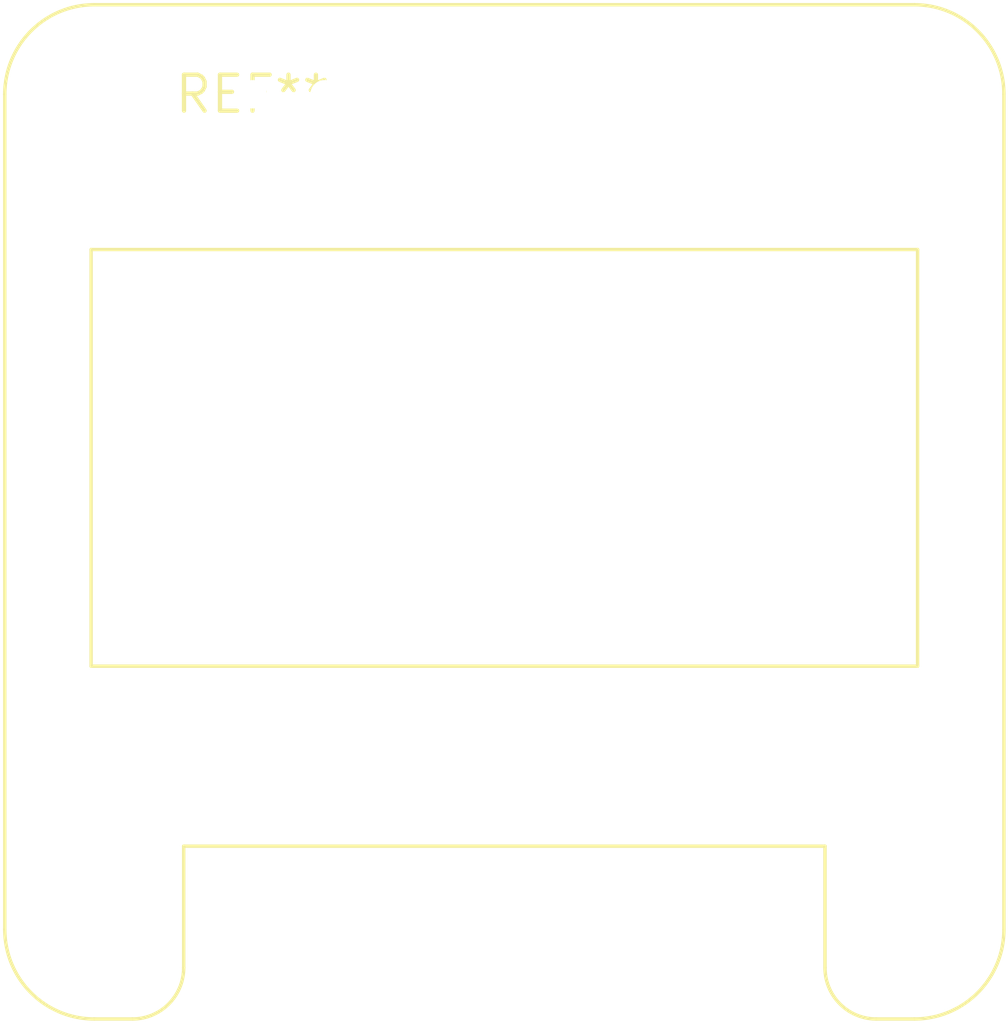
<source format=kicad_pcb>
(kicad_pcb (version 20240108) (generator pcbnew)
  (layers (0 "F.Cu" signal) (31 "B.Cu" signal) (34 "B.Paste" user) (35 "F.Paste" user) (36 "B.SilkS" user "B.Silkscreen") (37 "F.SilkS" user "F.Silkscreen") (38 "B.Mask" user) (39 "F.Mask" user) (44 "Edge.Cuts" user))
  (net 0 "")
  (footprint "Adafruit_SSD1306" (layer "F.Cu") (at 0 0)
    (property "Reference" "REF**")
    (property "Value" "Adafruit_SSD1306")
    (fp_line (start -8.746 0) (end -8.746 29.464) (layer "F.SilkS") (stroke (width 0.12)))
    (fp_line (start -5.698 5.478) (end -5.698 20.176) (layer "F.SilkS") (stroke (width 0.12)))
    (fp_line (start -5.698 5.478) (end 23.478 5.478) (layer "F.SilkS") (stroke (width 0.12)))
    (fp_line (start -5.698 20.176) (end 23.478 20.176) (layer "F.SilkS") (stroke (width 0.12)))
    (fp_line (start -4.238 32.622) (end -5.59 32.622) (layer "F.SilkS") (stroke (width 0.12)))
    (fp_line (start -2.43 26.526) (end -2.43 30.814) (layer "F.SilkS") (stroke (width 0.12)))
    (fp_line (start -2.43 26.526) (end 20.21 26.526) (layer "F.SilkS") (stroke (width 0.12)))
    (fp_line (start 20.21 26.526) (end 20.21 30.814) (layer "F.SilkS") (stroke (width 0.12)))
    (fp_line (start 22.018 32.622) (end 23.37 32.622) (layer "F.SilkS") (stroke (width 0.12)))
    (fp_line (start 23.368 -3.158) (end -5.588 -3.158) (layer "F.SilkS") (stroke (width 0.12)))
    (fp_line (start 23.478 5.478) (end 23.478 20.176) (layer "F.SilkS") (stroke (width 0.12)))
    (fp_line (start 26.526 0) (end 26.526 29.464) (layer "F.SilkS") (stroke (width 0.12)))
    (fp_arc (start -8.746 0) (mid -7.821043 -2.233043) (end -5.588 -3.158) (layer "F.SilkS") (stroke (width 0.12)))
    (fp_arc (start -5.588 32.622) (mid -7.821043 31.697043) (end -8.746 29.464) (layer "F.SilkS") (stroke (width 0.12)))
    (fp_arc (start -2.43 30.812) (mid -2.958137 32.091035) (end -4.236 32.622) (layer "F.SilkS") (stroke (width 0.12)))
    (fp_arc (start 22.016 32.622) (mid 20.738137 32.091035) (end 20.21 30.812) (layer "F.SilkS") (stroke (width 0.12)))
    (fp_arc (start 23.368 -3.158) (mid 25.601043 -2.233043) (end 26.526 0) (layer "F.SilkS") (stroke (width 0.12)))
    (fp_arc (start 26.526 29.464) (mid 25.601043 31.697043) (end 23.368 32.622) (layer "F.SilkS") (stroke (width 0.12)))
    (pad "" np_thru_hole circle (at -5.588 0) (size 2.7 2.7) (drill 2.7) (layers *.Cu *.Mask))
    (pad "" np_thru_hole circle (at -5.588 29.464) (size 2.7 2.7) (drill 2.7) (layers *.Cu *.Mask))
    (pad "" np_thru_hole circle (at 23.368 0) (size 2.7 2.7) (drill 2.7) (layers *.Cu *.Mask))
    (pad "" np_thru_hole circle (at 23.368 29.464) (size 2.7 2.7) (drill 2.7) (layers *.Cu *.Mask))
    (pad "1" thru_hole rect (at 0 0) (size 1.7 1.7) (drill 1) (layers *.Cu *.Mask) (remove_unused_layers))
    (pad "2" thru_hole circle (at 2.54 0) (size 1.7 1.7) (drill 1) (layers *.Cu *.Mask) (remove_unused_layers))
    (pad "3" thru_hole circle (at 5.08 0) (size 1.7 1.7) (drill 1) (layers *.Cu *.Mask) (remove_unused_layers))
    (pad "4" thru_hole circle (at 7.62 0) (size 1.7 1.7) (drill 1) (layers *.Cu *.Mask) (remove_unused_layers))
    (pad "5" thru_hole circle (at 10.16 0) (size 1.7 1.7) (drill 1) (layers *.Cu *.Mask) (remove_unused_layers))
    (pad "6" thru_hole circle (at 12.7 0) (size 1.7 1.7) (drill 1) (layers *.Cu *.Mask) (remove_unused_layers))
    (pad "7" thru_hole circle (at 15.24 0) (size 1.7 1.7) (drill 1) (layers *.Cu *.Mask) (remove_unused_layers))
    (pad "8" thru_hole circle (at 17.78 0) (size 1.7 1.7) (drill 1) (layers *.Cu *.Mask) (remove_unused_layers))
  )
)
</source>
